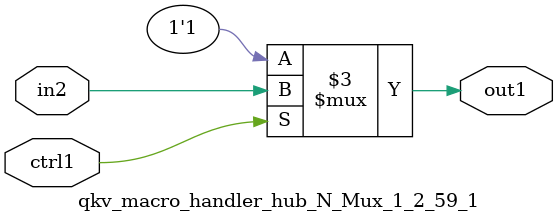
<source format=v>

`timescale 1ps / 1ps


module qkv_macro_handler_hub_N_Mux_1_2_59_1( in2, ctrl1, out1 );

    input in2;
    input ctrl1;
    output out1;
    reg out1;

    
    // rtl_process:qkv_macro_handler_hub_N_Mux_1_2_59_1/qkv_macro_handler_hub_N_Mux_1_2_59_1_thread_1
    always @*
      begin : qkv_macro_handler_hub_N_Mux_1_2_59_1_thread_1
        case (ctrl1) 
          1'b1: 
            begin
              out1 = in2;
            end
          default: 
            begin
              out1 = 1'b1;
            end
        endcase
      end

endmodule



</source>
